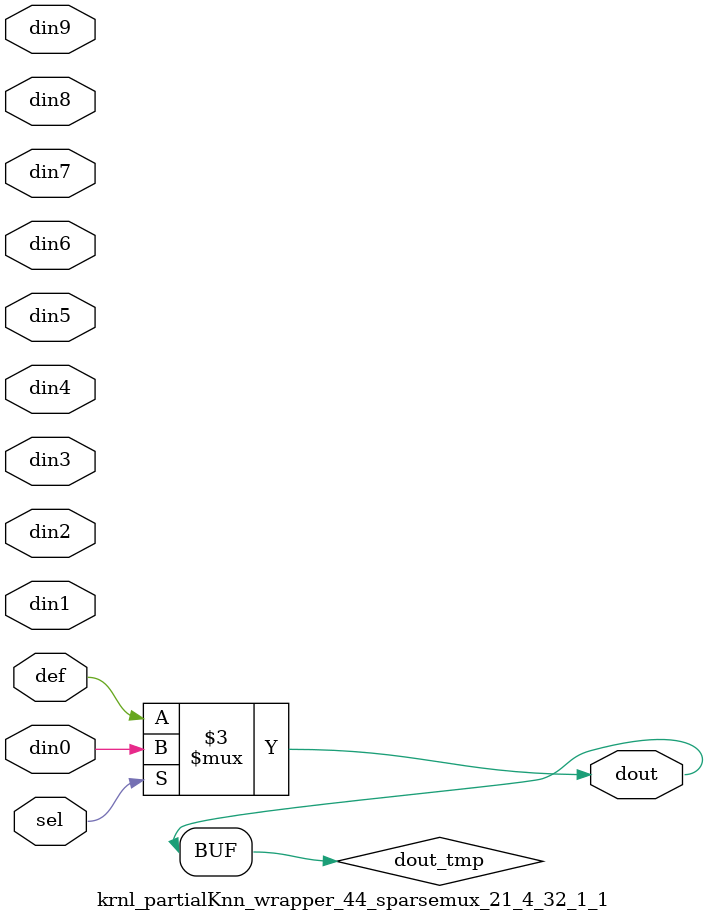
<source format=v>
`timescale 1ns / 1ps

module krnl_partialKnn_wrapper_44_sparsemux_21_4_32_1_1 (din0,din1,din2,din3,din4,din5,din6,din7,din8,din9,def,sel,dout);

parameter din0_WIDTH = 1;

parameter din1_WIDTH = 1;

parameter din2_WIDTH = 1;

parameter din3_WIDTH = 1;

parameter din4_WIDTH = 1;

parameter din5_WIDTH = 1;

parameter din6_WIDTH = 1;

parameter din7_WIDTH = 1;

parameter din8_WIDTH = 1;

parameter din9_WIDTH = 1;

parameter def_WIDTH = 1;
parameter sel_WIDTH = 1;
parameter dout_WIDTH = 1;

parameter [sel_WIDTH-1:0] CASE0 = 1;

parameter [sel_WIDTH-1:0] CASE1 = 1;

parameter [sel_WIDTH-1:0] CASE2 = 1;

parameter [sel_WIDTH-1:0] CASE3 = 1;

parameter [sel_WIDTH-1:0] CASE4 = 1;

parameter [sel_WIDTH-1:0] CASE5 = 1;

parameter [sel_WIDTH-1:0] CASE6 = 1;

parameter [sel_WIDTH-1:0] CASE7 = 1;

parameter [sel_WIDTH-1:0] CASE8 = 1;

parameter [sel_WIDTH-1:0] CASE9 = 1;

parameter ID = 1;
parameter NUM_STAGE = 1;



input [din0_WIDTH-1:0] din0;

input [din1_WIDTH-1:0] din1;

input [din2_WIDTH-1:0] din2;

input [din3_WIDTH-1:0] din3;

input [din4_WIDTH-1:0] din4;

input [din5_WIDTH-1:0] din5;

input [din6_WIDTH-1:0] din6;

input [din7_WIDTH-1:0] din7;

input [din8_WIDTH-1:0] din8;

input [din9_WIDTH-1:0] din9;

input [def_WIDTH-1:0] def;
input [sel_WIDTH-1:0] sel;

output [dout_WIDTH-1:0] dout;



reg [dout_WIDTH-1:0] dout_tmp;

always @ (*) begin
case (sel)
    
    CASE0 : dout_tmp = din0;
    
    CASE1 : dout_tmp = din1;
    
    CASE2 : dout_tmp = din2;
    
    CASE3 : dout_tmp = din3;
    
    CASE4 : dout_tmp = din4;
    
    CASE5 : dout_tmp = din5;
    
    CASE6 : dout_tmp = din6;
    
    CASE7 : dout_tmp = din7;
    
    CASE8 : dout_tmp = din8;
    
    CASE9 : dout_tmp = din9;
    
    default : dout_tmp = def;
endcase
end


assign dout = dout_tmp;



endmodule

</source>
